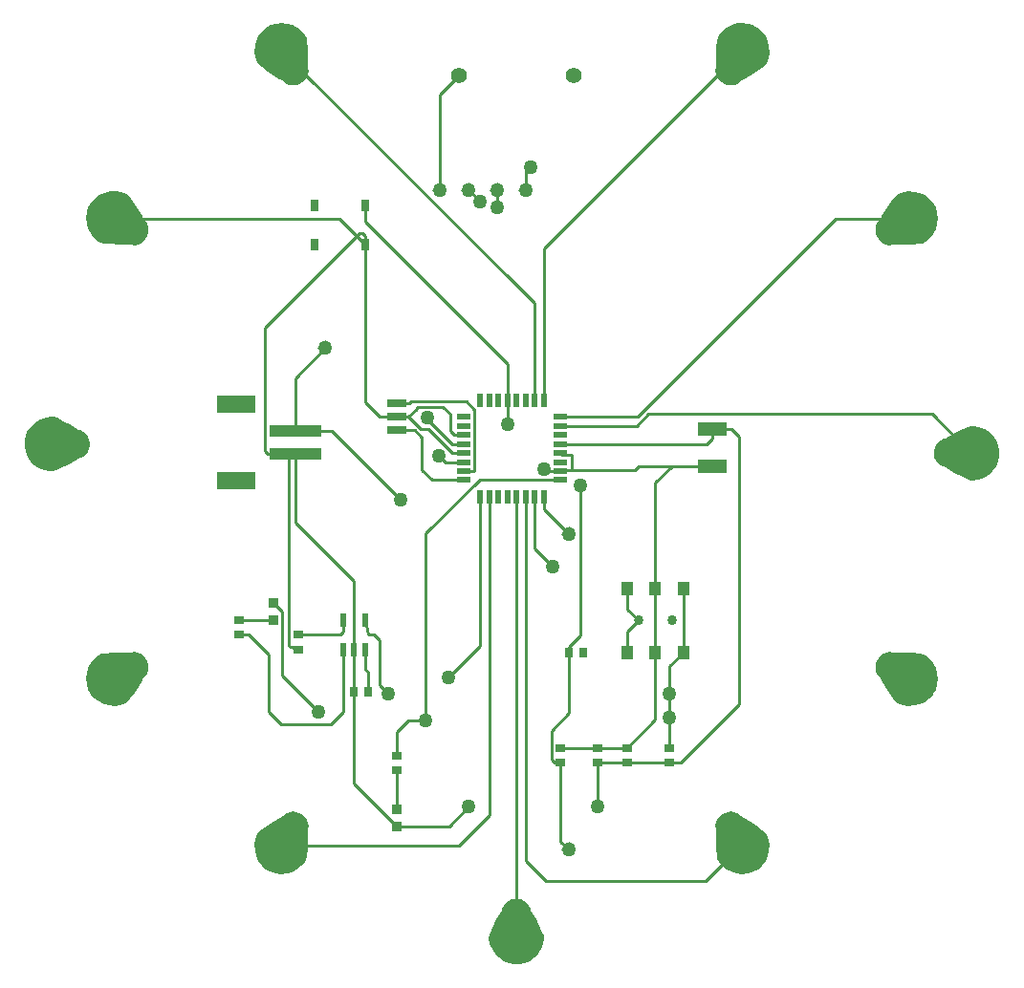
<source format=gtl>
G04*
G04 #@! TF.GenerationSoftware,Altium Limited,Altium Designer,18.1.7 (191)*
G04*
G04 Layer_Physical_Order=1*
G04 Layer_Color=255*
%FSLAX25Y25*%
%MOIN*%
G70*
G01*
G75*
%ADD13C,0.01000*%
%ADD15R,0.03200X0.03200*%
G04:AMPARAMS|DCode=16|XSize=50mil|YSize=50mil|CornerRadius=25mil|HoleSize=0mil|Usage=FLASHONLY|Rotation=90.000|XOffset=0mil|YOffset=0mil|HoleType=Round|Shape=RoundedRectangle|*
%AMROUNDEDRECTD16*
21,1,0.05000,0.00000,0,0,90.0*
21,1,0.00000,0.05000,0,0,90.0*
1,1,0.05000,0.00000,0.00000*
1,1,0.05000,0.00000,0.00000*
1,1,0.05000,0.00000,0.00000*
1,1,0.05000,0.00000,0.00000*
%
%ADD16ROUNDEDRECTD16*%
%ADD17R,0.03600X0.02800*%
%ADD18R,0.02200X0.04800*%
%ADD19R,0.02800X0.03600*%
%ADD20R,0.04000X0.04600*%
%ADD21R,0.13400X0.06300*%
%ADD22R,0.18200X0.04000*%
%ADD23R,0.02200X0.05000*%
%ADD24R,0.05000X0.02200*%
%ADD25R,0.02800X0.04400*%
%ADD26R,0.09900X0.04800*%
%ADD27R,0.06700X0.02800*%
%ADD45C,0.05600*%
%ADD46C,0.03400*%
%ADD47C,0.16500*%
%ADD48C,0.05000*%
G36*
X-79880Y-128357D02*
X-80972Y-128925D01*
X-83108Y-130149D01*
X-85192Y-131461D01*
X-87221Y-132857D01*
X-88206Y-133596D01*
X-88206Y-133596D01*
X-88719Y-134425D01*
X-89403Y-136251D01*
X-89717Y-138176D01*
X-89649Y-140125D01*
X-89203Y-142023D01*
X-88394Y-143798D01*
X-87255Y-145381D01*
X-85829Y-146711D01*
X-85000Y-147224D01*
X-85000Y-147224D01*
X-84161Y-147685D01*
X-82337Y-148260D01*
X-80435Y-148468D01*
X-78529Y-148302D01*
X-76692Y-147767D01*
X-74995Y-146884D01*
X-73502Y-145686D01*
X-72272Y-144221D01*
X-71812Y-143382D01*
X-71812D01*
X-71600Y-142142D01*
X-71312Y-139642D01*
X-71164Y-137130D01*
X-71155Y-134613D01*
X-71220Y-133356D01*
X-71220D01*
X-71048Y-132804D01*
X-70958Y-131650D01*
X-71128Y-130505D01*
X-71549Y-129426D01*
X-72200Y-128469D01*
X-73048Y-127681D01*
X-74051Y-127102D01*
X-75157Y-126762D01*
X-76312Y-126676D01*
X-77456Y-126851D01*
X-78533Y-127276D01*
X-79488Y-127931D01*
X-79880Y-128356D01*
Y-128357D01*
D02*
G37*
G36*
X-133356Y-71220D02*
X-134586Y-71166D01*
X-137049Y-71159D01*
X-139509Y-71252D01*
X-141964Y-71447D01*
X-143186Y-71594D01*
X-143186Y-71594D01*
X-144045Y-72056D01*
X-145551Y-73295D01*
X-146785Y-74805D01*
X-147701Y-76527D01*
X-148263Y-78394D01*
X-148451Y-80336D01*
X-148256Y-82276D01*
X-147686Y-84141D01*
X-147224Y-85000D01*
X-147224Y-85000D01*
X-146728Y-85818D01*
X-145436Y-87229D01*
X-143893Y-88360D01*
X-142159Y-89169D01*
X-140301Y-89624D01*
X-138389Y-89707D01*
X-136498Y-89417D01*
X-134700Y-88763D01*
X-133882Y-88267D01*
X-133882Y-88267D01*
X-133078Y-87299D01*
X-131579Y-85277D01*
X-130194Y-83176D01*
X-128928Y-81001D01*
X-128356Y-79880D01*
X-128356Y-79880D01*
X-127931Y-79488D01*
X-127276Y-78533D01*
X-126851Y-77456D01*
X-126676Y-76312D01*
X-126762Y-75157D01*
X-127102Y-74051D01*
X-127681Y-73048D01*
X-128469Y-72200D01*
X-129426Y-71549D01*
X-130505Y-71128D01*
X-131650Y-70958D01*
X-132804Y-71048D01*
X-133356Y-71220D01*
X-133356Y-71220D01*
D02*
G37*
G36*
X-151042Y6511D02*
X-152074Y7183D01*
X-154190Y8442D01*
X-156356Y9612D01*
X-158569Y10693D01*
X-159696Y11188D01*
X-159696Y11188D01*
X-160670Y11228D01*
X-162597Y10926D01*
X-164428Y10254D01*
X-166092Y9238D01*
X-167526Y7916D01*
X-168675Y6340D01*
X-169494Y4570D01*
X-169952Y2674D01*
X-169992Y1700D01*
X-169992Y1700D01*
X-169980Y743D01*
X-169585Y-1129D01*
X-168832Y-2888D01*
X-167751Y-4466D01*
X-166382Y-5803D01*
X-164779Y-6847D01*
X-163003Y-7559D01*
X-161122Y-7910D01*
X-160166Y-7899D01*
X-160166Y-7899D01*
X-158981Y-7475D01*
X-156662Y-6497D01*
X-154401Y-5392D01*
X-152205Y-4163D01*
X-151142Y-3489D01*
X-150576Y-3368D01*
X-149527Y-2878D01*
X-148613Y-2168D01*
X-147881Y-1271D01*
X-147367Y-234D01*
X-147098Y892D01*
X-147086Y2050D01*
X-147333Y3181D01*
X-147826Y4228D01*
X-148540Y5139D01*
X-149440Y5868D01*
X-150479Y6378D01*
X-151042Y6511D01*
X-151042Y6511D01*
D02*
G37*
G36*
X-128356Y79880D02*
X-128925Y80972D01*
X-130149Y83108D01*
X-131461Y85192D01*
X-132857Y87221D01*
X-133596Y88206D01*
X-133596Y88206D01*
X-134425Y88719D01*
X-136251Y89403D01*
X-138176Y89717D01*
X-140125Y89649D01*
X-142023Y89203D01*
X-143798Y88394D01*
X-145381Y87255D01*
X-146711Y85829D01*
X-147224Y85000D01*
X-147224D01*
X-147685Y84161D01*
X-148260Y82337D01*
X-148468Y80435D01*
X-148302Y78529D01*
X-147767Y76692D01*
X-146883Y74995D01*
X-145686Y73502D01*
X-144221Y72272D01*
X-143382Y71812D01*
X-142142Y71599D01*
X-139642Y71312D01*
X-137130Y71164D01*
X-134613Y71155D01*
X-133356Y71220D01*
X-133356Y71220D01*
X-132804Y71047D01*
X-131650Y70958D01*
X-130505Y71128D01*
X-129426Y71549D01*
X-128469Y72200D01*
X-127681Y73048D01*
X-127102Y74051D01*
X-126762Y75157D01*
X-126676Y76312D01*
X-126851Y77456D01*
X-127276Y78533D01*
X-127931Y79488D01*
X-128357Y79880D01*
X-128356D01*
D02*
G37*
G36*
X-71220Y133356D02*
X-71166Y134586D01*
X-71159Y137049D01*
X-71252Y139509D01*
X-71447Y141964D01*
X-71594Y143186D01*
X-71594Y143186D01*
X-72056Y144045D01*
X-73295Y145551D01*
X-74805Y146785D01*
X-76527Y147701D01*
X-78394Y148264D01*
X-80335Y148451D01*
X-82276Y148256D01*
X-84141Y147686D01*
X-85000Y147224D01*
X-85000Y147224D01*
X-85818Y146728D01*
X-87229Y145436D01*
X-88360Y143893D01*
X-89169Y142159D01*
X-89624Y140301D01*
X-89707Y138389D01*
X-89417Y136498D01*
X-88763Y134700D01*
X-88267Y133882D01*
X-88267Y133882D01*
X-87299Y133078D01*
X-85277Y131579D01*
X-83176Y130194D01*
X-81001Y128928D01*
X-79880Y128356D01*
X-79880Y128356D01*
X-79488Y127931D01*
X-78533Y127276D01*
X-77456Y126851D01*
X-76312Y126676D01*
X-75157Y126762D01*
X-74051Y127102D01*
X-73048Y127681D01*
X-72200Y128469D01*
X-71549Y129426D01*
X-71128Y130505D01*
X-70958Y131650D01*
X-71048Y132804D01*
X-71220Y133356D01*
Y133356D01*
D02*
G37*
G36*
X-3484Y-161140D02*
X-4136Y-162184D01*
X-5353Y-164325D01*
X-6481Y-166513D01*
X-7519Y-168746D01*
X-7992Y-169883D01*
X-7992Y-169883D01*
X-8013Y-170858D01*
X-7674Y-172778D01*
X-6966Y-174595D01*
X-5918Y-176240D01*
X-4569Y-177648D01*
X-2970Y-178766D01*
X-1185Y-179550D01*
X719Y-179971D01*
X1694Y-179992D01*
X1694Y-179992D01*
X2650Y-179962D01*
X4514Y-179531D01*
X6258Y-178744D01*
X7815Y-177632D01*
X9125Y-176238D01*
X10138Y-174615D01*
X10815Y-172825D01*
X11130Y-170938D01*
X11100Y-169982D01*
X11100Y-169982D01*
X10653Y-168806D01*
X9630Y-166506D01*
X8482Y-164267D01*
X7211Y-162095D01*
X6516Y-161046D01*
X6516Y-161046D01*
X6384Y-160482D01*
X5875Y-159443D01*
X5146Y-158543D01*
X4236Y-157828D01*
X3188Y-157334D01*
X2057Y-157087D01*
X900Y-157098D01*
X-226Y-157367D01*
X-1264Y-157880D01*
X-2161Y-158612D01*
X-2872Y-159525D01*
X-3362Y-160574D01*
X-3484Y-161140D01*
X-3484Y-161140D01*
D02*
G37*
G36*
X71220Y-133356D02*
X71166Y-134586D01*
X71158Y-137049D01*
X71252Y-139509D01*
X71447Y-141964D01*
X71594Y-143186D01*
X71594Y-143186D01*
X72056Y-144045D01*
X73295Y-145551D01*
X74805Y-146785D01*
X76527Y-147701D01*
X78394Y-148263D01*
X80335Y-148451D01*
X82276Y-148256D01*
X84141Y-147686D01*
X85000Y-147224D01*
X85000Y-147224D01*
X85818Y-146728D01*
X87229Y-145436D01*
X88360Y-143893D01*
X89169Y-142159D01*
X89624Y-140301D01*
X89707Y-138389D01*
X89417Y-136498D01*
X88763Y-134700D01*
X88267Y-133882D01*
X88267Y-133882D01*
X87299Y-133078D01*
X85277Y-131579D01*
X83176Y-130194D01*
X81001Y-128928D01*
X79880Y-128356D01*
X79880Y-128357D01*
X79488Y-127931D01*
X78533Y-127276D01*
X77456Y-126851D01*
X76312Y-126676D01*
X75157Y-126762D01*
X74051Y-127102D01*
X73048Y-127681D01*
X72200Y-128469D01*
X71549Y-129426D01*
X71128Y-130505D01*
X70958Y-131650D01*
X71048Y-132804D01*
X71220Y-133356D01*
X71220Y-133356D01*
D02*
G37*
G36*
X128356Y-79880D02*
X128925Y-80972D01*
X130149Y-83108D01*
X131461Y-85192D01*
X132857Y-87221D01*
X133596Y-88206D01*
Y-88206D01*
X134424Y-88719D01*
X136251Y-89403D01*
X138176Y-89717D01*
X140125Y-89649D01*
X142023Y-89203D01*
X143798Y-88394D01*
X145381Y-87255D01*
X146711Y-85829D01*
X147224Y-85000D01*
X147224Y-85000D01*
X147685Y-84161D01*
X148260Y-82337D01*
X148468Y-80435D01*
X148302Y-78529D01*
X147767Y-76692D01*
X146883Y-74995D01*
X145686Y-73502D01*
X144221Y-72272D01*
X143382Y-71812D01*
X143382Y-71812D01*
X142142Y-71600D01*
X139642Y-71312D01*
X137130Y-71164D01*
X134613Y-71155D01*
X133356Y-71220D01*
X133356Y-71220D01*
X132804Y-71047D01*
X131650Y-70958D01*
X130505Y-71128D01*
X129426Y-71549D01*
X128469Y-72200D01*
X127681Y-73048D01*
X127102Y-74051D01*
X126762Y-75157D01*
X126676Y-76312D01*
X126851Y-77456D01*
X127276Y-78533D01*
X127931Y-79488D01*
X128357Y-79880D01*
X128356Y-79880D01*
D02*
G37*
G36*
X151043Y-6487D02*
X152075Y-7159D01*
X154192Y-8417D01*
X156358Y-9588D01*
X158570Y-10668D01*
X159698Y-11163D01*
X160672Y-11203D01*
X162599Y-10900D01*
X164429Y-10228D01*
X166094Y-9211D01*
X167528Y-7890D01*
X168676Y-6313D01*
X169495Y-4543D01*
X169952Y-2648D01*
X169992Y-1673D01*
X169980Y-717D01*
X169585Y1155D01*
X168832Y2914D01*
X167750Y4492D01*
X166381Y5829D01*
X164778Y6873D01*
X163002Y7584D01*
X161121Y7935D01*
X160164Y7924D01*
X160164Y7924D01*
X158980Y7500D01*
X156661Y6521D01*
X154400Y5416D01*
X152204Y4187D01*
X151142Y3512D01*
X151142Y3512D01*
X150576Y3391D01*
X149527Y2902D01*
X148613Y2191D01*
X147881Y1294D01*
X147367Y257D01*
X147098Y-869D01*
X147086Y-2027D01*
X147334Y-3158D01*
X147827Y-4205D01*
X148541Y-5116D01*
X149441Y-5845D01*
X150480Y-6355D01*
X151043Y-6487D01*
X151043D01*
D02*
G37*
G36*
X133356Y71220D02*
X134586Y71166D01*
X137049Y71159D01*
X139509Y71252D01*
X141964Y71447D01*
X143186Y71594D01*
X143186Y71594D01*
X144045Y72056D01*
X145551Y73295D01*
X146785Y74805D01*
X147701Y76527D01*
X148264Y78394D01*
X148451Y80335D01*
X148256Y82276D01*
X147686Y84141D01*
X147224Y85000D01*
X146728Y85818D01*
X145436Y87229D01*
X143893Y88360D01*
X142159Y89169D01*
X140301Y89624D01*
X138389Y89707D01*
X136498Y89417D01*
X134700Y88763D01*
X133882Y88267D01*
X133882Y88267D01*
X133078Y87299D01*
X131579Y85277D01*
X130194Y83176D01*
X128928Y81001D01*
X128356Y79880D01*
X128356Y79880D01*
X127931Y79488D01*
X127276Y78533D01*
X126851Y77456D01*
X126676Y76312D01*
X126762Y75157D01*
X127102Y74051D01*
X127681Y73048D01*
X128469Y72200D01*
X129426Y71549D01*
X130505Y71128D01*
X131650Y70958D01*
X132804Y71047D01*
X133356Y71220D01*
X133356Y71220D01*
D02*
G37*
G36*
X79880Y128356D02*
X80972Y128925D01*
X83108Y130149D01*
X85192Y131461D01*
X87221Y132857D01*
X88206Y133596D01*
X88719Y134424D01*
X89403Y136251D01*
X89717Y138176D01*
X89649Y140125D01*
X89203Y142023D01*
X88394Y143798D01*
X87255Y145381D01*
X85829Y146711D01*
X85000Y147224D01*
Y147224D01*
X84161Y147685D01*
X82337Y148260D01*
X80435Y148468D01*
X78529Y148302D01*
X76692Y147767D01*
X74995Y146884D01*
X73502Y145686D01*
X72272Y144221D01*
X71812Y143382D01*
X71812Y143382D01*
X71600Y142142D01*
X71312Y139642D01*
X71164Y137130D01*
X71155Y134613D01*
X71220Y133356D01*
X71220Y133356D01*
X71048Y132804D01*
X70958Y131650D01*
X71128Y130505D01*
X71549Y129426D01*
X72200Y128469D01*
X73048Y127681D01*
X74051Y127102D01*
X75157Y126762D01*
X76312Y126676D01*
X77456Y126851D01*
X78533Y127276D01*
X79488Y127931D01*
X79880Y128356D01*
X79880D01*
D02*
G37*
D13*
X55000Y-85600D02*
Y-76022D01*
Y-93900D02*
Y-85600D01*
X-54147Y74053D02*
X-51200Y71105D01*
X-60095Y80000D02*
X-54147Y74053D01*
X-77800Y-1887D02*
X-75500D01*
X-85000D02*
X-77800D01*
X-54147Y74053D02*
X-53100Y75100D01*
X-86000Y42200D02*
X-54147Y74053D01*
X-75500Y-1887D02*
X-75433D01*
X-77800Y-69000D02*
Y-1887D01*
X-75500Y-25800D02*
Y-1887D01*
Y6050D02*
Y24500D01*
X44019Y-6281D02*
X55719D01*
X-46000Y-82600D02*
X-43000Y-85600D01*
X-46000Y-82600D02*
Y-66900D01*
X-48000Y-64900D02*
X-46000Y-66900D01*
X-50000Y-64900D02*
X-48000D01*
X-51200Y-59800D02*
X-50000Y-64900D01*
X-138564Y80000D02*
X-60095D01*
X-20300Y4800D02*
X-16900D01*
X-21500Y6000D02*
X-20300Y4800D01*
X-21500Y6000D02*
Y12000D01*
X-24000Y14500D02*
X-21500Y12000D01*
X-33300Y14500D02*
X-24000D01*
X-33300Y13800D02*
Y14500D01*
X-36000Y11100D02*
X-33300Y13800D01*
X-86000Y-887D02*
X-85000Y-1887D01*
X-86000Y-887D02*
Y42200D01*
X-53100Y75100D02*
X-52300D01*
X-51200Y74000D01*
Y71105D02*
Y74000D01*
X-77800Y-69000D02*
X-74604Y-70159D01*
X-75500Y-25800D02*
X-55000Y-46300D01*
Y-70118D02*
Y-46300D01*
X-5000Y84000D02*
Y90000D01*
X4800Y96400D02*
X6600Y98200D01*
X4800Y90000D02*
Y96400D01*
X-27800Y-11024D02*
X-16900D01*
X-31400Y-7424D02*
X-27800Y-11024D01*
X-31400Y-7424D02*
Y3900D01*
X-33800Y6300D02*
X-31400Y3900D01*
X-40000Y6300D02*
X-33800D01*
X19841Y-71122D02*
Y-69259D01*
X23800Y-65300D01*
Y-12900D01*
X-1575Y8600D02*
Y16900D01*
X40157Y-56063D02*
Y-48800D01*
Y-56063D02*
X44094Y-60000D01*
X40157Y-71122D02*
Y-63937D01*
X44094Y-60000D01*
X-75433Y6050D02*
X-62950D01*
X-38900Y-18000D01*
X42700Y-7600D02*
X44019Y-6281D01*
X20700Y-7600D02*
X42700D01*
X16974Y-7874D02*
X20700Y-7600D01*
X16900Y-7874D02*
X16974D01*
X20700Y-7600D02*
Y-2324D01*
X17650D02*
X20700D01*
X16900Y-1575D02*
X17650Y-2324D01*
X11100Y-7200D02*
X11774Y-7874D01*
X16900D01*
X-23276Y-4724D02*
X-16900D01*
X-25600Y-2400D02*
X-23276Y-4724D01*
X-40000Y15824D02*
X-35661D01*
X-35175Y16311D01*
X-15911D01*
X-13100Y13500D01*
Y-7874D02*
Y13500D01*
X-16900Y-7874D02*
X-13100D01*
X-20700Y-1575D02*
X-16900D01*
X-29175Y6900D02*
X-20700Y-1575D01*
X-31800Y6900D02*
X-29175D01*
X-36000Y11100D02*
X-31800Y6900D01*
X-40000Y11100D02*
X-36000D01*
X-20871Y1600D02*
X-16900D01*
X-29500Y10229D02*
X-20871Y1600D01*
X-29500Y10229D02*
Y10700D01*
X55000Y-104441D02*
Y-93900D01*
X-80300Y-79200D02*
X-67600Y-91900D01*
X-80300Y-79200D02*
Y-56796D01*
X-83249Y-53847D02*
X-80300Y-56796D01*
X-30000Y-95000D02*
Y-29700D01*
X-11324Y-11024D01*
X16900D01*
X-51200Y16000D02*
Y71105D01*
Y16000D02*
X-46300Y11100D01*
X-40000D01*
X-1575Y16900D02*
Y29475D01*
X-51200Y79100D02*
X-1575Y29475D01*
X-51200Y79100D02*
Y84895D01*
X-58740Y-92000D02*
Y-70118D01*
X-63040Y-96300D02*
X-58740Y-92000D01*
X-80600Y-96300D02*
X-63040D01*
X-84900Y-92000D02*
X-80600Y-96300D01*
X-84900Y-92000D02*
Y-72000D01*
X-91900Y-65000D02*
X-84900Y-72000D01*
X-95000Y-65000D02*
X-91900D01*
X55000Y-109600D02*
X58700D01*
X79200Y-89100D01*
Y4000D01*
X76485Y6715D02*
X79200Y4000D01*
X70000Y6715D02*
X76485D01*
X70000Y3600D02*
Y6715D01*
X68000Y1600D02*
X70000Y3600D01*
X16900Y1600D02*
X68000D01*
X7900Y-34800D02*
Y-16900D01*
Y-34800D02*
X14200Y-41100D01*
X67664Y-150900D02*
X80000Y-138564D01*
X11700Y-150900D02*
X67664D01*
X4800Y-144000D02*
X11700Y-150900D01*
X4800Y-144000D02*
Y-16900D01*
X-7874Y-127974D02*
Y-16900D01*
X-18464Y-138564D02*
X-7874Y-127974D01*
X-80000Y-138564D02*
X-18464D01*
X-11024Y-69024D02*
Y-16900D01*
X-22000Y-80000D02*
X-11024Y-69024D01*
X7900Y16900D02*
Y50664D01*
X-80000Y138564D02*
X7900Y50664D01*
X11100Y16900D02*
Y69664D01*
X80000Y138564D01*
X112900Y80000D02*
X138564D01*
X44000Y11100D02*
X112900Y80000D01*
X16900Y11100D02*
X44000D01*
X-15000Y90000D02*
X-11300Y86300D01*
Y86100D02*
Y86300D01*
X-25000Y90000D02*
Y123594D01*
X-18400Y130194D01*
X146417Y12000D02*
X159992Y-1575D01*
X47500Y12000D02*
X146417D01*
X43400Y7900D02*
X47500Y12000D01*
X16900Y7900D02*
X43400D01*
X-36000Y-95000D02*
X-30000D01*
X-40000Y-99000D02*
X-36000Y-95000D01*
X-40000Y-107041D02*
Y-99000D01*
X11100Y-21100D02*
Y-16900D01*
Y-21100D02*
X20000Y-30000D01*
X50000Y-48800D02*
Y-12000D01*
X55719Y-6281D01*
X70000D01*
X-75500Y6050D02*
X-75433D01*
X-75500Y24500D02*
X-65000Y35000D01*
X-58740Y-64000D02*
Y-59800D01*
X-59740Y-65000D02*
X-58740Y-64000D01*
X-74604Y-65000D02*
X-59740D01*
X-55159Y-116789D02*
X-40000Y-131948D01*
X-55159Y-116789D02*
Y-85000D01*
X19841Y-92359D02*
Y-71122D01*
X13800Y-98400D02*
X19841Y-92359D01*
X13800Y-108400D02*
Y-98400D01*
Y-108400D02*
X15000Y-109600D01*
X16900D01*
X1600Y-169992D02*
Y-16900D01*
X59900Y-71122D02*
Y-48800D01*
X-55000Y-77541D02*
Y-70118D01*
X-55159Y-77700D02*
X-55000Y-77541D01*
X-55159Y-85000D02*
Y-77700D01*
X-51200Y-77000D02*
Y-70118D01*
Y-77000D02*
X-50000Y-78200D01*
Y-85000D02*
Y-78200D01*
X-40000Y-125995D02*
Y-112200D01*
X-89159Y-59800D02*
X-83249D01*
X-89200Y-59841D02*
X-89159Y-59800D01*
X-95000Y-59841D02*
X-89200D01*
X16900Y-104441D02*
X30000D01*
X40157D01*
X50000Y-71122D02*
Y-48800D01*
X55000Y-76022D02*
X59900Y-71122D01*
X-40000Y-131948D02*
X-21948D01*
X-15000Y-125000D01*
X30000D02*
Y-109600D01*
X40157D01*
X55000D01*
X16900Y-137059D02*
Y-109600D01*
Y-137059D02*
X19841Y-140000D01*
X40157Y-104441D02*
X50000Y-94598D01*
Y-71122D01*
D15*
X-40000Y-131948D02*
D03*
Y-125995D02*
D03*
X-83249Y-59800D02*
D03*
Y-53847D02*
D03*
D16*
X-15000Y90000D02*
D03*
X-25000D02*
D03*
X-5000D02*
D03*
X4800D02*
D03*
X-65000Y35000D02*
D03*
X20000Y-30000D02*
D03*
X-30000Y-95000D02*
D03*
X19841Y-140000D02*
D03*
D17*
X-95000Y-65000D02*
D03*
Y-59841D02*
D03*
X55000Y-109600D02*
D03*
Y-104441D02*
D03*
X-74604Y-65000D02*
D03*
Y-70159D02*
D03*
X16900Y-104441D02*
D03*
Y-109600D02*
D03*
X40157D02*
D03*
Y-104441D02*
D03*
X30000Y-109600D02*
D03*
Y-104441D02*
D03*
X-40000Y-112200D02*
D03*
Y-107041D02*
D03*
D18*
X-58740Y-59800D02*
D03*
X-51200D02*
D03*
Y-70118D02*
D03*
X-55000D02*
D03*
X-58740D02*
D03*
D19*
X-55159Y-85000D02*
D03*
X-50000D02*
D03*
X19841Y-71122D02*
D03*
X25000D02*
D03*
D20*
X59900D02*
D03*
X50000D02*
D03*
X40157D02*
D03*
X59900Y-48800D02*
D03*
X50000D02*
D03*
X40157D02*
D03*
D21*
X-96000Y15450D02*
D03*
Y-11336D02*
D03*
D22*
X-75433Y6050D02*
D03*
Y-1887D02*
D03*
D23*
X-11024Y16900D02*
D03*
X-7874D02*
D03*
X-4724D02*
D03*
X-1575D02*
D03*
X1600D02*
D03*
X4800D02*
D03*
X7900D02*
D03*
X11100D02*
D03*
Y-16900D02*
D03*
X7900D02*
D03*
X4800D02*
D03*
X1600D02*
D03*
X-1575D02*
D03*
X-4724D02*
D03*
X-7874Y-16900D02*
D03*
X-11024Y-16900D02*
D03*
D24*
X16900Y11100D02*
D03*
Y7900D02*
D03*
Y4800D02*
D03*
Y1600D02*
D03*
Y-1575D02*
D03*
Y-4724D02*
D03*
X16900Y-7874D02*
D03*
X16900Y-11024D02*
D03*
X-16900D02*
D03*
Y-7874D02*
D03*
Y-4724D02*
D03*
Y-1575D02*
D03*
Y1600D02*
D03*
Y4800D02*
D03*
Y7900D02*
D03*
Y11100D02*
D03*
D25*
X-68760Y84895D02*
D03*
Y71105D02*
D03*
X-51200D02*
D03*
Y84895D02*
D03*
D26*
X70000Y6715D02*
D03*
Y-6281D02*
D03*
D27*
X-40000Y6300D02*
D03*
Y11100D02*
D03*
Y15824D02*
D03*
D45*
X21600Y130194D02*
D03*
X-18400D02*
D03*
D46*
X44094Y-60000D02*
D03*
X56000D02*
D03*
D47*
X159992Y-1575D02*
D03*
X138564Y80000D02*
D03*
X80000Y138564D02*
D03*
X-80000D02*
D03*
X-159992Y1600D02*
D03*
X-138564Y80000D02*
D03*
Y-80000D02*
D03*
X-80000Y-138564D02*
D03*
X1600Y-169992D02*
D03*
X80000Y-138564D02*
D03*
X138564Y-80000D02*
D03*
D48*
X55000Y-85600D02*
D03*
X-43000D02*
D03*
X-5000Y84000D02*
D03*
X6600Y98200D02*
D03*
X23800Y-12900D02*
D03*
X-1575Y8600D02*
D03*
X-38900Y-18000D02*
D03*
X11100Y-7200D02*
D03*
X-25600Y-2400D02*
D03*
X-29500Y10700D02*
D03*
X55000Y-93900D02*
D03*
X-67600Y-91900D02*
D03*
X14200Y-41100D02*
D03*
X-22000Y-80000D02*
D03*
X-11300Y86100D02*
D03*
X-15000Y-125000D02*
D03*
X30000D02*
D03*
M02*

</source>
